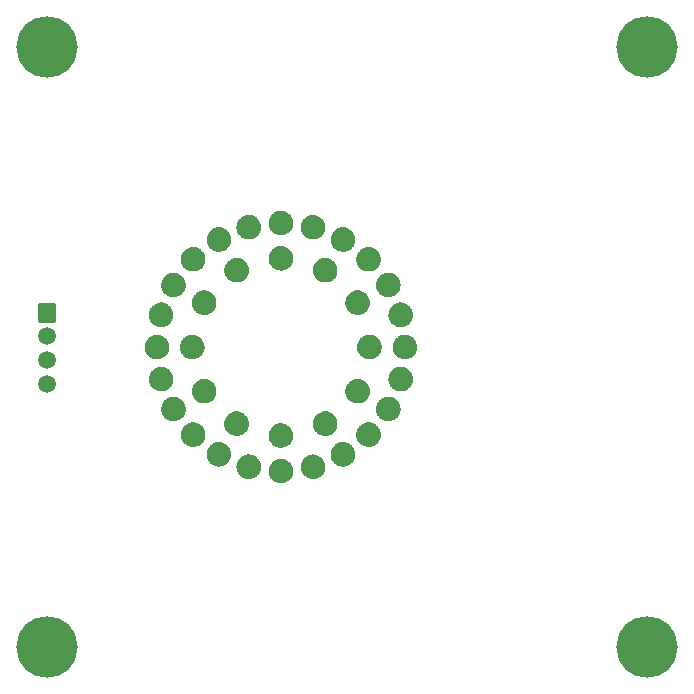
<source format=gbs>
G04 Layer: BottomSolderMaskLayer*
G04 EasyEDA v6.5.34, 2023-09-07 21:51:12*
G04 4e1002d8ee0c4305b874fa033b0cf6ff,5a6b42c53f6a479593ecc07194224c93,10*
G04 Gerber Generator version 0.2*
G04 Scale: 100 percent, Rotated: No, Reflected: No *
G04 Dimensions in millimeters *
G04 leading zeros omitted , absolute positions ,4 integer and 5 decimal *
%FSLAX45Y45*%
%MOMM*%

%AMMACRO1*1,1,$1,$2,$3*1,1,$1,$4,$5*1,1,$1,0-$2,0-$3*1,1,$1,0-$4,0-$5*20,1,$1,$2,$3,$4,$5,0*20,1,$1,$4,$5,0-$2,0-$3,0*20,1,$1,0-$2,0-$3,0-$4,0-$5,0*20,1,$1,0-$4,0-$5,$2,$3,0*4,1,4,$2,$3,$4,$5,0-$2,0-$3,0-$4,0-$5,$2,$3,0*%
%ADD10C,1.5016*%
%ADD11MACRO1,0.1016X-0.7X0.762X-0.7X-0.762*%
%ADD12C,5.2032*%

%LPD*%
G36*
X3370783Y2752750D02*
G01*
X3361588Y2752140D01*
X3352495Y2750718D01*
X3343503Y2748483D01*
X3334816Y2745486D01*
X3326384Y2741726D01*
X3318306Y2737205D01*
X3310686Y2732024D01*
X3303574Y2726182D01*
X3296970Y2719730D01*
X3290976Y2712720D01*
X3285591Y2705201D01*
X3280918Y2697276D01*
X3277006Y2688945D01*
X3275279Y2684627D01*
X3272485Y2675839D01*
X3270453Y2666847D01*
X3269234Y2657703D01*
X3268827Y2648508D01*
X3269234Y2639263D01*
X3270453Y2630119D01*
X3272485Y2621127D01*
X3275279Y2612339D01*
X3278886Y2603855D01*
X3280918Y2599690D01*
X3285591Y2591765D01*
X3290976Y2584246D01*
X3296970Y2577236D01*
X3303574Y2570784D01*
X3310686Y2564942D01*
X3318306Y2559761D01*
X3326384Y2555240D01*
X3334816Y2551480D01*
X3343503Y2548483D01*
X3352495Y2546248D01*
X3361588Y2544826D01*
X3370783Y2544216D01*
X3380028Y2544419D01*
X3389172Y2545435D01*
X3398215Y2547264D01*
X3407105Y2549906D01*
X3415639Y2553258D01*
X3423920Y2557424D01*
X3431743Y2562250D01*
X3439160Y2567787D01*
X3446018Y2573934D01*
X3452317Y2580690D01*
X3458006Y2587955D01*
X3463036Y2595676D01*
X3467354Y2603855D01*
X3470910Y2612339D01*
X3473754Y2621127D01*
X3474872Y2625598D01*
X3476447Y2634691D01*
X3477006Y2639263D01*
X3477412Y2648458D01*
X3477006Y2657703D01*
X3475736Y2666847D01*
X3474872Y2671368D01*
X3472434Y2680258D01*
X3469233Y2688945D01*
X3465271Y2697276D01*
X3460597Y2705201D01*
X3455263Y2712720D01*
X3449269Y2719730D01*
X3442665Y2726182D01*
X3435502Y2732024D01*
X3427882Y2737205D01*
X3419856Y2741726D01*
X3411423Y2745486D01*
X3402685Y2748483D01*
X3393744Y2750718D01*
X3384600Y2752140D01*
X3375406Y2752750D01*
G37*
G36*
X3265881Y2499512D02*
G01*
X3256686Y2498902D01*
X3247593Y2497480D01*
X3238652Y2495245D01*
X3229914Y2492248D01*
X3221482Y2488488D01*
X3213455Y2483967D01*
X3205784Y2478786D01*
X3198672Y2472944D01*
X3192068Y2466492D01*
X3186074Y2459482D01*
X3180689Y2451963D01*
X3176016Y2444038D01*
X3172104Y2435707D01*
X3170377Y2431389D01*
X3167583Y2422601D01*
X3165551Y2413609D01*
X3164332Y2404465D01*
X3163925Y2395220D01*
X3164027Y2390648D01*
X3164840Y2381453D01*
X3166465Y2372360D01*
X3168904Y2363470D01*
X3170377Y2359101D01*
X3173984Y2350617D01*
X3176016Y2346452D01*
X3180689Y2338527D01*
X3186074Y2331008D01*
X3192068Y2323998D01*
X3198672Y2317546D01*
X3205784Y2311704D01*
X3213455Y2306523D01*
X3221482Y2302002D01*
X3229914Y2298242D01*
X3238652Y2295245D01*
X3247593Y2293010D01*
X3256686Y2291588D01*
X3265881Y2290978D01*
X3275126Y2291181D01*
X3284321Y2292197D01*
X3293364Y2294026D01*
X3302203Y2296668D01*
X3310788Y2300020D01*
X3319018Y2304186D01*
X3326841Y2309012D01*
X3334258Y2314549D01*
X3341115Y2320696D01*
X3347415Y2327452D01*
X3353104Y2334717D01*
X3358134Y2342438D01*
X3362451Y2350617D01*
X3366008Y2359101D01*
X3368852Y2367889D01*
X3370884Y2376881D01*
X3372104Y2386025D01*
X3372510Y2395270D01*
X3372408Y2399842D01*
X3371596Y2409037D01*
X3369970Y2418130D01*
X3367532Y2427020D01*
X3364331Y2435707D01*
X3360369Y2444038D01*
X3355695Y2451963D01*
X3350361Y2459482D01*
X3344367Y2466492D01*
X3337763Y2472944D01*
X3330600Y2478786D01*
X3322980Y2483967D01*
X3314954Y2488488D01*
X3306521Y2492248D01*
X3297783Y2495245D01*
X3288842Y2497480D01*
X3279749Y2498902D01*
X3270503Y2499512D01*
G37*
G36*
X3099054Y2282037D02*
G01*
X3089859Y2281428D01*
X3080715Y2280005D01*
X3071774Y2277770D01*
X3067354Y2276398D01*
X3058769Y2272995D01*
X3050540Y2268829D01*
X3042716Y2264003D01*
X3035300Y2258466D01*
X3028442Y2252319D01*
X3022142Y2245614D01*
X3016453Y2238349D01*
X3011424Y2230577D01*
X3007106Y2222449D01*
X3003550Y2213914D01*
X3000705Y2205126D01*
X2998673Y2196134D01*
X2997454Y2186990D01*
X2997047Y2177796D01*
X2997454Y2168550D01*
X2998673Y2159406D01*
X3000705Y2150414D01*
X3003550Y2141626D01*
X3007106Y2133142D01*
X3011424Y2124964D01*
X3016453Y2117242D01*
X3022142Y2109978D01*
X3028442Y2103221D01*
X3035300Y2097074D01*
X3042716Y2091537D01*
X3050540Y2086711D01*
X3058769Y2082596D01*
X3063036Y2080768D01*
X3071774Y2077770D01*
X3076194Y2076551D01*
X3085287Y2074773D01*
X3094431Y2073706D01*
X3103676Y2073503D01*
X3112871Y2074113D01*
X3121964Y2075586D01*
X3126486Y2076551D01*
X3135325Y2079193D01*
X3139643Y2080768D01*
X3148076Y2084578D01*
X3156153Y2089048D01*
X3163773Y2094230D01*
X3170885Y2100072D01*
X3177489Y2106523D01*
X3183483Y2113534D01*
X3188868Y2121052D01*
X3193542Y2129028D01*
X3197453Y2137359D01*
X3199180Y2141626D01*
X3201974Y2150414D01*
X3204006Y2159406D01*
X3205226Y2168550D01*
X3205632Y2177796D01*
X3205226Y2186990D01*
X3204006Y2196134D01*
X3201974Y2205126D01*
X3199180Y2213914D01*
X3195574Y2222449D01*
X3193542Y2226564D01*
X3188868Y2234539D01*
X3183483Y2242007D01*
X3180588Y2245614D01*
X3174288Y2252319D01*
X3167380Y2258466D01*
X3160014Y2264003D01*
X3152140Y2268829D01*
X3143910Y2272995D01*
X3135325Y2276398D01*
X3126486Y2278989D01*
X3117443Y2280818D01*
X3108248Y2281834D01*
G37*
G36*
X2881579Y2115667D02*
G01*
X2872333Y2115058D01*
X2863189Y2113635D01*
X2854198Y2111400D01*
X2845460Y2108403D01*
X2837027Y2104593D01*
X2828950Y2100072D01*
X2821330Y2094839D01*
X2814167Y2088997D01*
X2807563Y2082495D01*
X2801569Y2075434D01*
X2796235Y2067915D01*
X2791561Y2059889D01*
X2787599Y2051507D01*
X2784449Y2042820D01*
X2783128Y2038400D01*
X2781147Y2029358D01*
X2779979Y2020163D01*
X2779623Y2010918D01*
X2779979Y2001672D01*
X2781147Y1992477D01*
X2783128Y1983435D01*
X2785922Y1974646D01*
X2789478Y1966061D01*
X2793796Y1957882D01*
X2798826Y1950110D01*
X2804464Y1942795D01*
X2810814Y1936038D01*
X2817672Y1929841D01*
X2825089Y1924304D01*
X2832963Y1919427D01*
X2841193Y1915261D01*
X2845460Y1913432D01*
X2854198Y1910435D01*
X2863189Y1908200D01*
X2872333Y1906778D01*
X2881579Y1906168D01*
X2890824Y1906371D01*
X2900019Y1907387D01*
X2909112Y1909216D01*
X2917952Y1911857D01*
X2922320Y1913432D01*
X2930753Y1917242D01*
X2938830Y1921764D01*
X2946450Y1926996D01*
X2953613Y1932838D01*
X2960217Y1939340D01*
X2966212Y1946402D01*
X2971546Y1953920D01*
X2976219Y1961946D01*
X2980182Y1970328D01*
X2983331Y1979015D01*
X2984652Y1983435D01*
X2986633Y1992477D01*
X2987802Y2001672D01*
X2988157Y2010918D01*
X2987802Y2020163D01*
X2986633Y2029358D01*
X2984652Y2038400D01*
X2981858Y2047189D01*
X2978302Y2055774D01*
X2973984Y2063953D01*
X2968955Y2071725D01*
X2963316Y2079040D01*
X2956966Y2085797D01*
X2950108Y2091994D01*
X2942691Y2097532D01*
X2934817Y2102408D01*
X2926588Y2106574D01*
X2922320Y2108403D01*
X2913583Y2111400D01*
X2904591Y2113635D01*
X2895447Y2115058D01*
X2886202Y2115667D01*
G37*
G36*
X2628341Y2010257D02*
G01*
X2619146Y2009648D01*
X2610002Y2008225D01*
X2601061Y2006041D01*
X2592324Y2002993D01*
X2583942Y1999234D01*
X2575864Y1994763D01*
X2568244Y1989582D01*
X2561082Y1983739D01*
X2554478Y1977288D01*
X2548483Y1970278D01*
X2543149Y1962759D01*
X2538476Y1954784D01*
X2534513Y1946452D01*
X2531313Y1937816D01*
X2528925Y1928926D01*
X2527300Y1919833D01*
X2526487Y1910638D01*
X2526487Y1901393D01*
X2527300Y1892198D01*
X2528925Y1883156D01*
X2531313Y1874215D01*
X2534513Y1865579D01*
X2538476Y1857248D01*
X2543149Y1849272D01*
X2548483Y1841804D01*
X2554478Y1834794D01*
X2561082Y1828342D01*
X2568244Y1822500D01*
X2575864Y1817268D01*
X2583942Y1812798D01*
X2592324Y1809038D01*
X2601061Y1806041D01*
X2610002Y1803806D01*
X2619146Y1802384D01*
X2628341Y1801774D01*
X2637586Y1801977D01*
X2646730Y1802993D01*
X2655773Y1804822D01*
X2664612Y1807413D01*
X2673197Y1810816D01*
X2681427Y1814931D01*
X2689301Y1819808D01*
X2696667Y1825345D01*
X2703576Y1831492D01*
X2709875Y1838198D01*
X2715564Y1845462D01*
X2720594Y1853234D01*
X2724912Y1861362D01*
X2728468Y1869897D01*
X2729992Y1874215D01*
X2732379Y1883156D01*
X2734005Y1892198D01*
X2734818Y1901393D01*
X2734818Y1910638D01*
X2734005Y1919833D01*
X2732379Y1928926D01*
X2729992Y1937816D01*
X2726791Y1946452D01*
X2722829Y1954784D01*
X2718155Y1962759D01*
X2712770Y1970278D01*
X2706776Y1977288D01*
X2700172Y1983739D01*
X2693060Y1989582D01*
X2685440Y1994763D01*
X2677363Y1999234D01*
X2668930Y2002993D01*
X2660243Y2006041D01*
X2651252Y2008225D01*
X2642158Y2009648D01*
X2632964Y2010257D01*
G37*
G36*
X2356561Y1974494D02*
G01*
X2347366Y1973884D01*
X2338273Y1972462D01*
X2329281Y1970227D01*
X2324912Y1968855D01*
X2316327Y1965452D01*
X2308098Y1961337D01*
X2300224Y1956460D01*
X2292858Y1950923D01*
X2285949Y1944776D01*
X2279650Y1938070D01*
X2273960Y1930806D01*
X2268982Y1923034D01*
X2266696Y1919020D01*
X2262784Y1910689D01*
X2259584Y1902053D01*
X2257145Y1893112D01*
X2255520Y1884070D01*
X2254707Y1874875D01*
X2254707Y1865630D01*
X2255520Y1856435D01*
X2257145Y1847342D01*
X2259584Y1838452D01*
X2261057Y1834083D01*
X2264664Y1825599D01*
X2268982Y1817420D01*
X2273960Y1809699D01*
X2279650Y1802434D01*
X2285949Y1795678D01*
X2292858Y1789531D01*
X2300224Y1784045D01*
X2308098Y1779168D01*
X2316327Y1775053D01*
X2324912Y1771650D01*
X2329281Y1770227D01*
X2338273Y1768043D01*
X2347366Y1766620D01*
X2356561Y1766011D01*
X2365806Y1766214D01*
X2374950Y1767230D01*
X2383993Y1769059D01*
X2388463Y1770227D01*
X2397201Y1773275D01*
X2405634Y1777034D01*
X2413660Y1781505D01*
X2421280Y1786686D01*
X2428443Y1792528D01*
X2435047Y1798980D01*
X2441041Y1805990D01*
X2446375Y1813509D01*
X2451049Y1821484D01*
X2455011Y1829816D01*
X2458212Y1838452D01*
X2460650Y1847342D01*
X2462276Y1856435D01*
X2463088Y1865630D01*
X2463088Y1874875D01*
X2462276Y1884070D01*
X2460650Y1893112D01*
X2458212Y1902053D01*
X2455011Y1910689D01*
X2451049Y1919020D01*
X2446375Y1926996D01*
X2441041Y1934464D01*
X2435047Y1941474D01*
X2428443Y1947925D01*
X2421280Y1953768D01*
X2413660Y1959000D01*
X2405634Y1963470D01*
X2397201Y1967230D01*
X2392883Y1968855D01*
X2383993Y1971446D01*
X2374950Y1973275D01*
X2365806Y1974291D01*
G37*
G36*
X2084832Y2010257D02*
G01*
X2075637Y2009648D01*
X2066493Y2008225D01*
X2057552Y2006041D01*
X2048814Y2002993D01*
X2040382Y1999234D01*
X2032355Y1994763D01*
X2024735Y1989582D01*
X2017572Y1983739D01*
X2010968Y1977288D01*
X2004974Y1970278D01*
X1999640Y1962759D01*
X1994966Y1954784D01*
X1991004Y1946452D01*
X1987804Y1937816D01*
X1985365Y1928926D01*
X1983739Y1919833D01*
X1982927Y1910638D01*
X1982927Y1901393D01*
X1983739Y1892198D01*
X1985365Y1883156D01*
X1987804Y1874215D01*
X1991004Y1865579D01*
X1994966Y1857248D01*
X1999640Y1849272D01*
X2004974Y1841804D01*
X2010968Y1834794D01*
X2017572Y1828342D01*
X2024735Y1822500D01*
X2032355Y1817268D01*
X2040382Y1812798D01*
X2048814Y1809038D01*
X2053132Y1807413D01*
X2062022Y1804822D01*
X2071065Y1802993D01*
X2080209Y1801977D01*
X2089454Y1801774D01*
X2098649Y1802384D01*
X2107742Y1803806D01*
X2116734Y1806041D01*
X2121103Y1807413D01*
X2129688Y1810816D01*
X2137918Y1814931D01*
X2145792Y1819808D01*
X2153158Y1825345D01*
X2160066Y1831492D01*
X2166366Y1838198D01*
X2172055Y1845462D01*
X2177034Y1853234D01*
X2179320Y1857248D01*
X2183231Y1865579D01*
X2186432Y1874215D01*
X2188870Y1883156D01*
X2190496Y1892198D01*
X2191308Y1901393D01*
X2191308Y1910638D01*
X2190496Y1919833D01*
X2188870Y1928926D01*
X2186432Y1937816D01*
X2184958Y1942185D01*
X2181352Y1950669D01*
X2177034Y1958848D01*
X2172055Y1966569D01*
X2166366Y1973834D01*
X2160066Y1980590D01*
X2153158Y1986737D01*
X2145792Y1992223D01*
X2137918Y1997100D01*
X2129688Y2001215D01*
X2121103Y2004618D01*
X2116734Y2006041D01*
X2107742Y2008225D01*
X2098649Y2009648D01*
X2089454Y2010257D01*
G37*
G36*
X1831593Y2115159D02*
G01*
X1822399Y2114550D01*
X1813255Y2113127D01*
X1804314Y2110892D01*
X1799894Y2109520D01*
X1791309Y2106117D01*
X1783080Y2102002D01*
X1775256Y2097125D01*
X1767839Y2091639D01*
X1760982Y2085492D01*
X1754682Y2078736D01*
X1748993Y2071471D01*
X1743964Y2063699D01*
X1739646Y2055571D01*
X1736089Y2047087D01*
X1733245Y2038299D01*
X1731213Y2029256D01*
X1729993Y2020112D01*
X1729587Y2010918D01*
X1729993Y2001723D01*
X1731213Y1992579D01*
X1733245Y1983536D01*
X1736089Y1974748D01*
X1739646Y1966264D01*
X1743964Y1958136D01*
X1748993Y1950364D01*
X1754682Y1943100D01*
X1760982Y1936343D01*
X1767839Y1930196D01*
X1775256Y1924710D01*
X1783080Y1919833D01*
X1791309Y1915718D01*
X1799894Y1912315D01*
X1808784Y1909724D01*
X1817827Y1907895D01*
X1826971Y1906879D01*
X1836216Y1906676D01*
X1845411Y1907286D01*
X1854504Y1908708D01*
X1863496Y1910943D01*
X1867865Y1912315D01*
X1876450Y1915718D01*
X1884680Y1919833D01*
X1892554Y1924710D01*
X1899920Y1930196D01*
X1906828Y1936343D01*
X1913128Y1943100D01*
X1918817Y1950364D01*
X1923796Y1958136D01*
X1926082Y1962150D01*
X1929993Y1970481D01*
X1931720Y1974748D01*
X1934514Y1983536D01*
X1936546Y1992579D01*
X1937766Y2001723D01*
X1938172Y2010918D01*
X1937766Y2020112D01*
X1936546Y2029256D01*
X1934514Y2038299D01*
X1931720Y2047087D01*
X1928114Y2055571D01*
X1926082Y2059686D01*
X1921408Y2067661D01*
X1916023Y2075180D01*
X1910029Y2082190D01*
X1903425Y2088642D01*
X1896313Y2094484D01*
X1888693Y2099665D01*
X1880616Y2104136D01*
X1872183Y2107895D01*
X1867865Y2109520D01*
X1859025Y2112111D01*
X1849983Y2113940D01*
X1840788Y2114956D01*
G37*
G36*
X1614119Y2282037D02*
G01*
X1604924Y2281428D01*
X1595780Y2280005D01*
X1586839Y2277770D01*
X1578102Y2274773D01*
X1569720Y2271014D01*
X1561642Y2266492D01*
X1554022Y2261311D01*
X1546860Y2255469D01*
X1540306Y2249017D01*
X1534261Y2242007D01*
X1528927Y2234539D01*
X1524254Y2226564D01*
X1520291Y2218232D01*
X1517091Y2209546D01*
X1514703Y2200656D01*
X1513078Y2191562D01*
X1512265Y2182418D01*
X1512265Y2173173D01*
X1513078Y2163978D01*
X1514703Y2154885D01*
X1517091Y2145995D01*
X1520291Y2137359D01*
X1524254Y2129028D01*
X1528927Y2121052D01*
X1534261Y2113534D01*
X1540306Y2106523D01*
X1546860Y2100072D01*
X1554022Y2094230D01*
X1561642Y2089048D01*
X1569720Y2084578D01*
X1578102Y2080768D01*
X1586839Y2077770D01*
X1595780Y2075586D01*
X1604924Y2074113D01*
X1614119Y2073503D01*
X1623364Y2073706D01*
X1632508Y2074773D01*
X1641551Y2076551D01*
X1650390Y2079193D01*
X1654708Y2080768D01*
X1663141Y2084578D01*
X1671218Y2089048D01*
X1678838Y2094230D01*
X1686001Y2100072D01*
X1692554Y2106523D01*
X1698548Y2113534D01*
X1703933Y2121052D01*
X1708607Y2129028D01*
X1712569Y2137359D01*
X1715770Y2145995D01*
X1718157Y2154885D01*
X1719783Y2163978D01*
X1720596Y2173173D01*
X1720596Y2182418D01*
X1719783Y2191562D01*
X1718157Y2200656D01*
X1715770Y2209546D01*
X1712569Y2218232D01*
X1708607Y2226564D01*
X1703933Y2234539D01*
X1698548Y2242007D01*
X1695653Y2245614D01*
X1689354Y2252319D01*
X1682496Y2258466D01*
X1675079Y2264003D01*
X1667256Y2268829D01*
X1658975Y2272995D01*
X1650390Y2276398D01*
X1641551Y2278989D01*
X1632508Y2280818D01*
X1623364Y2281834D01*
G37*
G36*
X1447241Y2499512D02*
G01*
X1438046Y2498902D01*
X1428953Y2497480D01*
X1419961Y2495245D01*
X1411274Y2492248D01*
X1402842Y2488488D01*
X1394764Y2483967D01*
X1387144Y2478786D01*
X1380032Y2472944D01*
X1373428Y2466492D01*
X1367434Y2459482D01*
X1362049Y2451963D01*
X1357376Y2444038D01*
X1353464Y2435707D01*
X1351737Y2431389D01*
X1348943Y2422601D01*
X1346911Y2413609D01*
X1345692Y2404465D01*
X1345285Y2395220D01*
X1345692Y2386025D01*
X1346911Y2376881D01*
X1348943Y2367889D01*
X1351737Y2359101D01*
X1355344Y2350617D01*
X1357376Y2346452D01*
X1362049Y2338527D01*
X1367434Y2331008D01*
X1373428Y2323998D01*
X1380032Y2317546D01*
X1387144Y2311704D01*
X1394764Y2306523D01*
X1402842Y2302002D01*
X1411274Y2298242D01*
X1419961Y2295245D01*
X1428953Y2293010D01*
X1438046Y2291588D01*
X1447241Y2290978D01*
X1456486Y2291181D01*
X1465630Y2292197D01*
X1474673Y2294026D01*
X1483563Y2296668D01*
X1492097Y2300020D01*
X1500378Y2304186D01*
X1508201Y2309012D01*
X1515618Y2314549D01*
X1522476Y2320696D01*
X1528775Y2327452D01*
X1534464Y2334717D01*
X1539494Y2342438D01*
X1543812Y2350617D01*
X1547368Y2359101D01*
X1550212Y2367889D01*
X1552194Y2376881D01*
X1553413Y2386025D01*
X1553870Y2395220D01*
X1553413Y2404465D01*
X1552194Y2413609D01*
X1550212Y2422601D01*
X1547368Y2431389D01*
X1543812Y2439873D01*
X1539494Y2448052D01*
X1534464Y2455773D01*
X1528775Y2463038D01*
X1522476Y2469794D01*
X1515618Y2475941D01*
X1508201Y2481478D01*
X1500378Y2486304D01*
X1492097Y2490470D01*
X1483563Y2493822D01*
X1474673Y2496464D01*
X1465630Y2498293D01*
X1456486Y2499309D01*
G37*
G36*
X1342339Y2752750D02*
G01*
X1333144Y2752140D01*
X1324051Y2750718D01*
X1315110Y2748483D01*
X1306372Y2745486D01*
X1297940Y2741726D01*
X1289862Y2737205D01*
X1282242Y2732024D01*
X1275130Y2726182D01*
X1268526Y2719730D01*
X1262532Y2712720D01*
X1257147Y2705201D01*
X1252474Y2697276D01*
X1248562Y2688945D01*
X1246835Y2684627D01*
X1244041Y2675839D01*
X1242009Y2666847D01*
X1240790Y2657703D01*
X1240383Y2648508D01*
X1240790Y2639263D01*
X1242009Y2630119D01*
X1244041Y2621127D01*
X1246835Y2612339D01*
X1250442Y2603855D01*
X1252474Y2599690D01*
X1257147Y2591765D01*
X1262532Y2584246D01*
X1268526Y2577236D01*
X1275130Y2570784D01*
X1282242Y2564942D01*
X1289862Y2559761D01*
X1297940Y2555240D01*
X1306372Y2551480D01*
X1315110Y2548483D01*
X1324051Y2546248D01*
X1333144Y2544826D01*
X1342339Y2544216D01*
X1351584Y2544419D01*
X1360728Y2545435D01*
X1369822Y2547264D01*
X1378661Y2549906D01*
X1387246Y2553258D01*
X1395476Y2557424D01*
X1403299Y2562250D01*
X1410716Y2567787D01*
X1417574Y2573934D01*
X1423873Y2580690D01*
X1429562Y2587955D01*
X1434592Y2595676D01*
X1438910Y2603855D01*
X1442466Y2612339D01*
X1445310Y2621127D01*
X1447342Y2630119D01*
X1448562Y2639263D01*
X1448968Y2648508D01*
X1448562Y2657703D01*
X1447342Y2666847D01*
X1445310Y2675839D01*
X1442466Y2684627D01*
X1438910Y2693111D01*
X1434592Y2701290D01*
X1429562Y2709011D01*
X1423873Y2716276D01*
X1417574Y2723032D01*
X1410716Y2729179D01*
X1403299Y2734716D01*
X1395476Y2739542D01*
X1387246Y2743708D01*
X1378661Y2747060D01*
X1369822Y2749702D01*
X1360728Y2751531D01*
X1351584Y2752547D01*
G37*
G36*
X1306576Y3024479D02*
G01*
X1297381Y3023870D01*
X1288288Y3022447D01*
X1279296Y3020212D01*
X1274927Y3018840D01*
X1266342Y3015437D01*
X1258062Y3011322D01*
X1250238Y3006445D01*
X1242822Y3000959D01*
X1235964Y2994761D01*
X1229664Y2988056D01*
X1223975Y2980791D01*
X1218946Y2973019D01*
X1214628Y2964891D01*
X1211072Y2956407D01*
X1209548Y2952038D01*
X1207160Y2943098D01*
X1205534Y2934055D01*
X1204722Y2924860D01*
X1204722Y2915615D01*
X1205534Y2906420D01*
X1207160Y2897327D01*
X1209548Y2888437D01*
X1212748Y2879801D01*
X1216710Y2871470D01*
X1221384Y2863494D01*
X1226769Y2855976D01*
X1232763Y2848965D01*
X1239316Y2842514D01*
X1246479Y2836672D01*
X1254099Y2831490D01*
X1262176Y2827020D01*
X1270609Y2823260D01*
X1279296Y2820212D01*
X1288288Y2818028D01*
X1297381Y2816606D01*
X1306576Y2815996D01*
X1315821Y2816199D01*
X1324965Y2817215D01*
X1334008Y2819044D01*
X1338478Y2820212D01*
X1347216Y2823260D01*
X1355598Y2827020D01*
X1363675Y2831490D01*
X1371295Y2836672D01*
X1378458Y2842514D01*
X1385011Y2848965D01*
X1391056Y2855976D01*
X1396390Y2863494D01*
X1401064Y2871470D01*
X1405026Y2879801D01*
X1408226Y2888437D01*
X1410614Y2897327D01*
X1412240Y2906420D01*
X1413052Y2915615D01*
X1413052Y2924860D01*
X1412240Y2934055D01*
X1410614Y2943098D01*
X1408226Y2952038D01*
X1405026Y2960674D01*
X1401064Y2969006D01*
X1396390Y2976981D01*
X1391056Y2984500D01*
X1385011Y2991510D01*
X1378458Y2997962D01*
X1371295Y3003804D01*
X1363675Y3008985D01*
X1355598Y3013456D01*
X1347216Y3017215D01*
X1338478Y3020212D01*
X1329537Y3022447D01*
X1320393Y3023870D01*
X1311198Y3024479D01*
G37*
G36*
X1342339Y3296259D02*
G01*
X1333144Y3295650D01*
X1324051Y3294227D01*
X1315110Y3291992D01*
X1306372Y3288995D01*
X1297940Y3285236D01*
X1289862Y3280714D01*
X1282242Y3275533D01*
X1275130Y3269691D01*
X1268526Y3263239D01*
X1265428Y3259836D01*
X1259738Y3252571D01*
X1254760Y3244799D01*
X1252474Y3240786D01*
X1248562Y3232454D01*
X1246835Y3228136D01*
X1244041Y3219348D01*
X1242009Y3210356D01*
X1240790Y3201212D01*
X1240383Y3192018D01*
X1240790Y3182772D01*
X1242009Y3173628D01*
X1244041Y3164636D01*
X1246835Y3155848D01*
X1250442Y3147364D01*
X1254760Y3139186D01*
X1259738Y3131464D01*
X1265428Y3124200D01*
X1271727Y3117443D01*
X1278636Y3111296D01*
X1286002Y3105759D01*
X1293876Y3100933D01*
X1297940Y3098749D01*
X1306372Y3094990D01*
X1315110Y3091992D01*
X1324051Y3089757D01*
X1333144Y3088335D01*
X1342339Y3087725D01*
X1351584Y3087928D01*
X1360728Y3088944D01*
X1369822Y3090773D01*
X1378661Y3093415D01*
X1382979Y3094990D01*
X1391412Y3098749D01*
X1399438Y3103270D01*
X1407058Y3108452D01*
X1414221Y3114294D01*
X1420825Y3120745D01*
X1426819Y3127756D01*
X1432153Y3135274D01*
X1436827Y3143250D01*
X1440789Y3151581D01*
X1443990Y3160217D01*
X1446428Y3169107D01*
X1448054Y3178200D01*
X1448866Y3187395D01*
X1448866Y3196640D01*
X1448054Y3205784D01*
X1446428Y3214878D01*
X1443990Y3223768D01*
X1440789Y3232454D01*
X1436827Y3240786D01*
X1432153Y3248710D01*
X1426819Y3256229D01*
X1420825Y3263239D01*
X1414221Y3269691D01*
X1407058Y3275533D01*
X1399438Y3280714D01*
X1391412Y3285236D01*
X1382979Y3288995D01*
X1374241Y3291992D01*
X1365300Y3294227D01*
X1356156Y3295650D01*
X1346962Y3296259D01*
G37*
G36*
X1447241Y3549497D02*
G01*
X1438046Y3548887D01*
X1428953Y3547465D01*
X1419961Y3545230D01*
X1415592Y3543858D01*
X1407007Y3540455D01*
X1398778Y3536289D01*
X1390904Y3531463D01*
X1383538Y3525926D01*
X1376629Y3519779D01*
X1370330Y3513074D01*
X1364640Y3505809D01*
X1359662Y3498037D01*
X1357376Y3494024D01*
X1353464Y3485692D01*
X1351737Y3481374D01*
X1348943Y3472586D01*
X1346911Y3463594D01*
X1345692Y3454450D01*
X1345285Y3445256D01*
X1345692Y3436010D01*
X1346911Y3426866D01*
X1348943Y3417874D01*
X1351737Y3409086D01*
X1355344Y3400602D01*
X1359662Y3392424D01*
X1364640Y3384702D01*
X1370330Y3377437D01*
X1376629Y3370681D01*
X1383538Y3364534D01*
X1390904Y3358997D01*
X1398778Y3354171D01*
X1407007Y3350056D01*
X1411274Y3348228D01*
X1419961Y3345230D01*
X1424432Y3344011D01*
X1433474Y3342233D01*
X1438046Y3341573D01*
X1447241Y3340963D01*
X1456486Y3341166D01*
X1465630Y3342233D01*
X1474673Y3344011D01*
X1483563Y3346653D01*
X1487881Y3348228D01*
X1496263Y3352037D01*
X1504340Y3356508D01*
X1511960Y3361690D01*
X1519123Y3367532D01*
X1525727Y3373983D01*
X1531721Y3380994D01*
X1537055Y3388512D01*
X1541729Y3396487D01*
X1545691Y3404819D01*
X1548892Y3413455D01*
X1550212Y3417874D01*
X1552194Y3426866D01*
X1553413Y3436010D01*
X1553870Y3445256D01*
X1553413Y3454450D01*
X1552194Y3463594D01*
X1550212Y3472586D01*
X1547368Y3481374D01*
X1543812Y3489909D01*
X1539494Y3498037D01*
X1534464Y3505809D01*
X1528775Y3513074D01*
X1522476Y3519779D01*
X1515618Y3525926D01*
X1508201Y3531463D01*
X1500378Y3536289D01*
X1492097Y3540455D01*
X1483563Y3543858D01*
X1474673Y3546449D01*
X1465630Y3548278D01*
X1456486Y3549294D01*
G37*
G36*
X1614119Y3766972D02*
G01*
X1604924Y3766362D01*
X1595780Y3764940D01*
X1586839Y3762705D01*
X1578102Y3759708D01*
X1569720Y3755948D01*
X1561642Y3751427D01*
X1554022Y3746246D01*
X1546860Y3740404D01*
X1540306Y3733952D01*
X1534261Y3726942D01*
X1528927Y3719423D01*
X1524254Y3711498D01*
X1520291Y3703167D01*
X1517091Y3694480D01*
X1514703Y3685590D01*
X1513078Y3676497D01*
X1512265Y3667302D01*
X1512265Y3658108D01*
X1513078Y3648913D01*
X1514703Y3639820D01*
X1517091Y3630929D01*
X1520291Y3622243D01*
X1524254Y3613912D01*
X1528927Y3605987D01*
X1534261Y3598468D01*
X1540306Y3591458D01*
X1546860Y3585006D01*
X1554022Y3579164D01*
X1561642Y3573983D01*
X1569720Y3569462D01*
X1578102Y3565702D01*
X1586839Y3562705D01*
X1595780Y3560470D01*
X1604924Y3559048D01*
X1614119Y3558438D01*
X1623364Y3558641D01*
X1632508Y3559657D01*
X1641551Y3561486D01*
X1650390Y3564128D01*
X1658975Y3567480D01*
X1667256Y3571646D01*
X1675079Y3576472D01*
X1682496Y3582009D01*
X1689354Y3588156D01*
X1695653Y3594912D01*
X1701342Y3602177D01*
X1706372Y3609898D01*
X1710689Y3618026D01*
X1714246Y3626561D01*
X1715770Y3630929D01*
X1718157Y3639820D01*
X1719783Y3648913D01*
X1720596Y3658108D01*
X1720596Y3667302D01*
X1719783Y3676497D01*
X1718157Y3685590D01*
X1715770Y3694480D01*
X1712569Y3703167D01*
X1708607Y3711498D01*
X1703933Y3719423D01*
X1698548Y3726942D01*
X1692554Y3733952D01*
X1686001Y3740404D01*
X1678838Y3746246D01*
X1671218Y3751427D01*
X1663141Y3755948D01*
X1654708Y3759708D01*
X1646021Y3762705D01*
X1637030Y3764940D01*
X1627936Y3766362D01*
X1618742Y3766972D01*
G37*
G36*
X1831593Y3933799D02*
G01*
X1822399Y3933190D01*
X1813255Y3931767D01*
X1804314Y3929583D01*
X1795576Y3926586D01*
X1787143Y3922776D01*
X1779117Y3918305D01*
X1771497Y3913124D01*
X1764334Y3907282D01*
X1757730Y3900830D01*
X1751736Y3893820D01*
X1746402Y3886301D01*
X1741728Y3878326D01*
X1737766Y3869994D01*
X1734566Y3861358D01*
X1732127Y3852468D01*
X1730552Y3843375D01*
X1729993Y3838803D01*
X1729587Y3829558D01*
X1729993Y3820363D01*
X1731264Y3811219D01*
X1732127Y3806698D01*
X1734566Y3797757D01*
X1737766Y3789121D01*
X1741728Y3780790D01*
X1746402Y3772814D01*
X1751736Y3765346D01*
X1757730Y3758336D01*
X1764334Y3751884D01*
X1771497Y3746042D01*
X1779117Y3740810D01*
X1787143Y3736340D01*
X1795576Y3732580D01*
X1799894Y3730955D01*
X1808784Y3728364D01*
X1817827Y3726535D01*
X1826971Y3725519D01*
X1836216Y3725316D01*
X1845411Y3725926D01*
X1854504Y3727348D01*
X1863496Y3729583D01*
X1867865Y3730955D01*
X1876450Y3734358D01*
X1884680Y3738473D01*
X1892554Y3743350D01*
X1899920Y3748887D01*
X1906828Y3755034D01*
X1913128Y3761740D01*
X1918817Y3769004D01*
X1923796Y3776776D01*
X1926082Y3780790D01*
X1929993Y3789121D01*
X1933193Y3797757D01*
X1935632Y3806698D01*
X1937257Y3815791D01*
X1938070Y3824935D01*
X1938070Y3834180D01*
X1937257Y3843375D01*
X1935632Y3852468D01*
X1933193Y3861358D01*
X1931720Y3865727D01*
X1928114Y3874211D01*
X1923796Y3882390D01*
X1918817Y3890111D01*
X1913128Y3897376D01*
X1906828Y3904132D01*
X1899920Y3910279D01*
X1892554Y3915816D01*
X1884680Y3920642D01*
X1876450Y3924757D01*
X1872183Y3926586D01*
X1863496Y3929583D01*
X1859025Y3930802D01*
X1849983Y3932580D01*
X1840788Y3933596D01*
G37*
G36*
X2084832Y4038701D02*
G01*
X2075637Y4038092D01*
X2066493Y4036669D01*
X2057552Y4034485D01*
X2048814Y4031437D01*
X2040382Y4027678D01*
X2032355Y4023207D01*
X2024735Y4018026D01*
X2017572Y4012184D01*
X2010968Y4005732D01*
X2004974Y3998722D01*
X1999640Y3991203D01*
X1994966Y3983228D01*
X1991004Y3974896D01*
X1987804Y3966260D01*
X1985365Y3957370D01*
X1983739Y3948277D01*
X1982927Y3939082D01*
X1982927Y3929837D01*
X1983739Y3920642D01*
X1985365Y3911600D01*
X1987804Y3902659D01*
X1991004Y3894023D01*
X1994966Y3885692D01*
X1999640Y3877716D01*
X2004974Y3870198D01*
X2010968Y3863187D01*
X2017572Y3856736D01*
X2024735Y3850894D01*
X2032355Y3845712D01*
X2040382Y3841242D01*
X2048814Y3837482D01*
X2053132Y3835857D01*
X2062022Y3833266D01*
X2071065Y3831437D01*
X2080209Y3830421D01*
X2089454Y3830218D01*
X2098649Y3830828D01*
X2107742Y3832250D01*
X2116734Y3834485D01*
X2121103Y3835857D01*
X2129688Y3839260D01*
X2137918Y3843375D01*
X2145792Y3848252D01*
X2153158Y3853738D01*
X2160066Y3859936D01*
X2166366Y3866642D01*
X2172055Y3873906D01*
X2177034Y3881678D01*
X2179320Y3885692D01*
X2183231Y3894023D01*
X2184958Y3898290D01*
X2187752Y3907078D01*
X2189784Y3916121D01*
X2191004Y3925265D01*
X2191410Y3934460D01*
X2191004Y3943654D01*
X2189784Y3952798D01*
X2187752Y3961841D01*
X2184958Y3970629D01*
X2181352Y3979113D01*
X2177034Y3987292D01*
X2172055Y3995013D01*
X2166366Y4002278D01*
X2160066Y4009034D01*
X2153158Y4015181D01*
X2145792Y4020667D01*
X2137918Y4025544D01*
X2129688Y4029659D01*
X2121103Y4033062D01*
X2116734Y4034485D01*
X2107742Y4036669D01*
X2098649Y4038092D01*
X2089454Y4038701D01*
G37*
G36*
X2356561Y4074515D02*
G01*
X2347366Y4073906D01*
X2338273Y4072483D01*
X2329281Y4070248D01*
X2320594Y4067251D01*
X2312162Y4063492D01*
X2304084Y4058970D01*
X2296464Y4053789D01*
X2289352Y4047947D01*
X2282748Y4041495D01*
X2276754Y4034485D01*
X2271369Y4026966D01*
X2266696Y4019042D01*
X2262784Y4010660D01*
X2261057Y4006392D01*
X2258263Y3997604D01*
X2256231Y3988612D01*
X2255012Y3979468D01*
X2254605Y3970223D01*
X2255012Y3961028D01*
X2256231Y3951884D01*
X2258263Y3942892D01*
X2261057Y3934104D01*
X2264664Y3925570D01*
X2266696Y3921455D01*
X2271369Y3913530D01*
X2273960Y3909669D01*
X2279650Y3902405D01*
X2285949Y3895699D01*
X2292858Y3889552D01*
X2300224Y3884015D01*
X2308098Y3879189D01*
X2316327Y3875024D01*
X2324912Y3871671D01*
X2333752Y3869029D01*
X2342794Y3867200D01*
X2351989Y3866184D01*
X2361184Y3865981D01*
X2370378Y3866591D01*
X2379522Y3868013D01*
X2388463Y3870248D01*
X2397201Y3873246D01*
X2405634Y3877005D01*
X2413660Y3881526D01*
X2421280Y3886708D01*
X2428443Y3892550D01*
X2435047Y3899001D01*
X2441041Y3906012D01*
X2446375Y3913530D01*
X2451049Y3921455D01*
X2455011Y3929786D01*
X2458212Y3938473D01*
X2460650Y3947363D01*
X2462276Y3956456D01*
X2463088Y3965651D01*
X2463088Y3974846D01*
X2462276Y3984040D01*
X2460650Y3993134D01*
X2458212Y4002024D01*
X2455011Y4010660D01*
X2451049Y4019042D01*
X2446375Y4026966D01*
X2441041Y4034485D01*
X2435047Y4041495D01*
X2428443Y4047947D01*
X2421280Y4053789D01*
X2413660Y4058970D01*
X2405634Y4063492D01*
X2397201Y4067251D01*
X2388463Y4070248D01*
X2379522Y4072483D01*
X2370378Y4073906D01*
X2361184Y4074515D01*
G37*
G36*
X2628341Y4038701D02*
G01*
X2619146Y4038092D01*
X2610002Y4036669D01*
X2601061Y4034485D01*
X2592324Y4031437D01*
X2583942Y4027678D01*
X2575864Y4023207D01*
X2568244Y4018026D01*
X2561082Y4012184D01*
X2554478Y4005732D01*
X2548483Y3998722D01*
X2543149Y3991203D01*
X2538476Y3983228D01*
X2534513Y3974896D01*
X2531313Y3966260D01*
X2528925Y3957370D01*
X2527300Y3948277D01*
X2526487Y3939082D01*
X2526487Y3929837D01*
X2527300Y3920642D01*
X2528925Y3911600D01*
X2531313Y3902659D01*
X2534513Y3894023D01*
X2538476Y3885692D01*
X2543149Y3877716D01*
X2548483Y3870198D01*
X2554478Y3863187D01*
X2561082Y3856736D01*
X2568244Y3850894D01*
X2575864Y3845712D01*
X2583942Y3841242D01*
X2592324Y3837482D01*
X2601061Y3834485D01*
X2610002Y3832250D01*
X2619146Y3830828D01*
X2628341Y3830218D01*
X2637586Y3830421D01*
X2646730Y3831437D01*
X2655773Y3833266D01*
X2664612Y3835857D01*
X2673197Y3839260D01*
X2681427Y3843375D01*
X2689301Y3848252D01*
X2696667Y3853738D01*
X2703576Y3859936D01*
X2709875Y3866642D01*
X2715564Y3873906D01*
X2720594Y3881678D01*
X2724912Y3889806D01*
X2728468Y3898290D01*
X2729992Y3902659D01*
X2732379Y3911600D01*
X2734005Y3920642D01*
X2734818Y3929837D01*
X2734818Y3939082D01*
X2734005Y3948277D01*
X2732379Y3957370D01*
X2729992Y3966260D01*
X2726791Y3974896D01*
X2722829Y3983228D01*
X2718155Y3991203D01*
X2712770Y3998722D01*
X2706776Y4005732D01*
X2700172Y4012184D01*
X2693060Y4018026D01*
X2685440Y4023207D01*
X2677363Y4027678D01*
X2668930Y4031437D01*
X2660243Y4034485D01*
X2651252Y4036669D01*
X2642158Y4038092D01*
X2632964Y4038701D01*
G37*
G36*
X2881579Y3933799D02*
G01*
X2872384Y3933190D01*
X2863240Y3931767D01*
X2854299Y3929583D01*
X2845562Y3926586D01*
X2837180Y3922776D01*
X2829102Y3918305D01*
X2821482Y3913124D01*
X2814320Y3907282D01*
X2807766Y3900830D01*
X2801721Y3893820D01*
X2796387Y3886301D01*
X2791714Y3878326D01*
X2787751Y3869994D01*
X2784551Y3861358D01*
X2782163Y3852468D01*
X2780538Y3843375D01*
X2779725Y3834180D01*
X2779725Y3824935D01*
X2780538Y3815791D01*
X2782163Y3806698D01*
X2784551Y3797757D01*
X2787751Y3789121D01*
X2791714Y3780790D01*
X2796387Y3772814D01*
X2801721Y3765346D01*
X2807766Y3758336D01*
X2814320Y3751884D01*
X2821482Y3746042D01*
X2829102Y3740810D01*
X2837180Y3736340D01*
X2845562Y3732580D01*
X2854299Y3729583D01*
X2863240Y3727348D01*
X2872384Y3725926D01*
X2881579Y3725316D01*
X2890824Y3725519D01*
X2899968Y3726535D01*
X2909011Y3728364D01*
X2917850Y3730955D01*
X2926435Y3734358D01*
X2934716Y3738473D01*
X2942539Y3743350D01*
X2949956Y3748887D01*
X2956814Y3755034D01*
X2963113Y3761740D01*
X2968802Y3769004D01*
X2973832Y3776776D01*
X2978150Y3784904D01*
X2981706Y3793439D01*
X2983230Y3797757D01*
X2985617Y3806698D01*
X2987243Y3815791D01*
X2988056Y3824935D01*
X2988056Y3834180D01*
X2987243Y3843375D01*
X2985617Y3852468D01*
X2983230Y3861358D01*
X2980029Y3869994D01*
X2976067Y3878326D01*
X2971393Y3886301D01*
X2966008Y3893820D01*
X2960014Y3900830D01*
X2953461Y3907282D01*
X2946298Y3913124D01*
X2938678Y3918305D01*
X2930601Y3922776D01*
X2922168Y3926586D01*
X2913481Y3929583D01*
X2909011Y3930802D01*
X2899968Y3932580D01*
X2890824Y3933596D01*
G37*
G36*
X3099054Y3766972D02*
G01*
X3089859Y3766362D01*
X3080715Y3764940D01*
X3071774Y3762705D01*
X3063036Y3759708D01*
X3054604Y3755948D01*
X3046577Y3751427D01*
X3038957Y3746246D01*
X3031794Y3740404D01*
X3025190Y3733952D01*
X3019196Y3726942D01*
X3013862Y3719423D01*
X3009188Y3711498D01*
X3005226Y3703167D01*
X3002026Y3694480D01*
X2999587Y3685590D01*
X2997962Y3676497D01*
X2997149Y3667302D01*
X2997149Y3658108D01*
X2997962Y3648913D01*
X2999587Y3639820D01*
X3002026Y3630929D01*
X3005226Y3622243D01*
X3009188Y3613912D01*
X3013862Y3605987D01*
X3019196Y3598468D01*
X3025190Y3591458D01*
X3031794Y3585006D01*
X3038957Y3579164D01*
X3046577Y3573983D01*
X3054604Y3569462D01*
X3063036Y3565702D01*
X3071774Y3562705D01*
X3080715Y3560470D01*
X3089859Y3559048D01*
X3099054Y3558438D01*
X3108248Y3558641D01*
X3117443Y3559657D01*
X3126486Y3561486D01*
X3135325Y3564128D01*
X3143910Y3567480D01*
X3152140Y3571646D01*
X3160014Y3576472D01*
X3167380Y3582009D01*
X3174288Y3588156D01*
X3180588Y3594912D01*
X3186277Y3602177D01*
X3191256Y3609898D01*
X3193542Y3613912D01*
X3197453Y3622243D01*
X3199180Y3626561D01*
X3201974Y3635349D01*
X3204006Y3644341D01*
X3205226Y3653485D01*
X3205632Y3662679D01*
X3205226Y3671925D01*
X3204006Y3681069D01*
X3201974Y3690061D01*
X3199180Y3698849D01*
X3195574Y3707333D01*
X3193542Y3711498D01*
X3188868Y3719423D01*
X3183483Y3726942D01*
X3177489Y3733952D01*
X3170885Y3740404D01*
X3163773Y3746246D01*
X3156153Y3751427D01*
X3148076Y3755948D01*
X3139643Y3759708D01*
X3130905Y3762705D01*
X3121964Y3764940D01*
X3112871Y3766362D01*
X3103676Y3766972D01*
G37*
G36*
X3265881Y3549497D02*
G01*
X3256686Y3548887D01*
X3247593Y3547465D01*
X3238652Y3545230D01*
X3234232Y3543858D01*
X3225647Y3540455D01*
X3217418Y3536289D01*
X3209544Y3531463D01*
X3202178Y3525926D01*
X3195269Y3519779D01*
X3188970Y3513074D01*
X3183331Y3505809D01*
X3180689Y3501999D01*
X3176016Y3494024D01*
X3172104Y3485692D01*
X3170377Y3481374D01*
X3167583Y3472586D01*
X3165551Y3463594D01*
X3164332Y3454450D01*
X3163925Y3445256D01*
X3164332Y3436010D01*
X3165551Y3426866D01*
X3167583Y3417874D01*
X3170377Y3409086D01*
X3173984Y3400602D01*
X3178302Y3392424D01*
X3180689Y3388512D01*
X3186074Y3380994D01*
X3192068Y3373983D01*
X3198672Y3367532D01*
X3205784Y3361690D01*
X3213455Y3356508D01*
X3221482Y3352037D01*
X3229914Y3348228D01*
X3238652Y3345230D01*
X3243072Y3344011D01*
X3252114Y3342233D01*
X3256686Y3341573D01*
X3265881Y3340963D01*
X3275126Y3341166D01*
X3279749Y3341573D01*
X3288842Y3343046D01*
X3293364Y3344011D01*
X3302203Y3346653D01*
X3306521Y3348228D01*
X3314954Y3352037D01*
X3322980Y3356508D01*
X3330600Y3361690D01*
X3337763Y3367532D01*
X3344367Y3373983D01*
X3350361Y3380994D01*
X3355695Y3388512D01*
X3360369Y3396487D01*
X3364331Y3404819D01*
X3367532Y3413455D01*
X3369970Y3422345D01*
X3371596Y3431438D01*
X3372408Y3440633D01*
X3372408Y3449878D01*
X3371596Y3459022D01*
X3369970Y3468115D01*
X3367532Y3477006D01*
X3364331Y3485692D01*
X3360369Y3494024D01*
X3355695Y3501999D01*
X3350361Y3509467D01*
X3344367Y3516477D01*
X3337763Y3522929D01*
X3330600Y3528771D01*
X3322980Y3533952D01*
X3314954Y3538474D01*
X3306521Y3542233D01*
X3302203Y3543858D01*
X3293364Y3546449D01*
X3284321Y3548278D01*
X3275126Y3549294D01*
G37*
G36*
X3370783Y3296259D02*
G01*
X3361588Y3295650D01*
X3352495Y3294227D01*
X3343503Y3291992D01*
X3334816Y3288995D01*
X3326384Y3285236D01*
X3318306Y3280714D01*
X3310686Y3275533D01*
X3303574Y3269691D01*
X3296970Y3263239D01*
X3293872Y3259836D01*
X3288182Y3252571D01*
X3283204Y3244799D01*
X3280918Y3240786D01*
X3277006Y3232454D01*
X3275279Y3228136D01*
X3272485Y3219348D01*
X3270453Y3210356D01*
X3269234Y3201212D01*
X3268827Y3192018D01*
X3269234Y3182772D01*
X3270453Y3173628D01*
X3272485Y3164636D01*
X3275279Y3155848D01*
X3278886Y3147364D01*
X3283204Y3139186D01*
X3288182Y3131464D01*
X3293872Y3124200D01*
X3300171Y3117443D01*
X3307079Y3111296D01*
X3314446Y3105759D01*
X3322320Y3100933D01*
X3326384Y3098749D01*
X3334816Y3094990D01*
X3343503Y3091992D01*
X3352495Y3089757D01*
X3361588Y3088335D01*
X3370783Y3087725D01*
X3380028Y3087928D01*
X3389172Y3088944D01*
X3398215Y3090773D01*
X3407105Y3093415D01*
X3411423Y3094990D01*
X3419856Y3098749D01*
X3427882Y3103270D01*
X3435502Y3108452D01*
X3442665Y3114294D01*
X3449269Y3120745D01*
X3455263Y3127756D01*
X3460597Y3135274D01*
X3465271Y3143250D01*
X3469233Y3151581D01*
X3472434Y3160217D01*
X3474872Y3169107D01*
X3476447Y3178200D01*
X3477006Y3182772D01*
X3477412Y3192018D01*
X3477006Y3201212D01*
X3475736Y3210356D01*
X3474872Y3214878D01*
X3472434Y3223768D01*
X3469233Y3232454D01*
X3465271Y3240786D01*
X3460597Y3248710D01*
X3455263Y3256229D01*
X3449269Y3263239D01*
X3442665Y3269691D01*
X3435502Y3275533D01*
X3427882Y3280714D01*
X3419856Y3285236D01*
X3411423Y3288995D01*
X3402685Y3291992D01*
X3393744Y3294227D01*
X3384600Y3295650D01*
X3375406Y3296259D01*
G37*
G36*
X3406597Y3024479D02*
G01*
X3397351Y3023870D01*
X3388258Y3022447D01*
X3379317Y3020263D01*
X3370579Y3017215D01*
X3362147Y3013456D01*
X3354120Y3008985D01*
X3346500Y3003804D01*
X3339337Y2997962D01*
X3332734Y2991510D01*
X3326739Y2984500D01*
X3321405Y2976981D01*
X3316732Y2969006D01*
X3312769Y2960674D01*
X3309569Y2952038D01*
X3307130Y2943148D01*
X3305505Y2934055D01*
X3304692Y2924860D01*
X3304692Y2915615D01*
X3305505Y2906420D01*
X3307130Y2897378D01*
X3309569Y2888437D01*
X3312769Y2879801D01*
X3316732Y2871470D01*
X3321405Y2863494D01*
X3326739Y2855976D01*
X3332734Y2849016D01*
X3339337Y2842564D01*
X3342843Y2839516D01*
X3350209Y2834030D01*
X3358083Y2829153D01*
X3366312Y2825038D01*
X3374898Y2821635D01*
X3383737Y2819044D01*
X3392779Y2817215D01*
X3401974Y2816199D01*
X3411169Y2815996D01*
X3420414Y2816606D01*
X3429508Y2818028D01*
X3438448Y2820263D01*
X3442868Y2821635D01*
X3451453Y2825038D01*
X3459683Y2829153D01*
X3467557Y2834030D01*
X3474923Y2839516D01*
X3481781Y2845714D01*
X3488131Y2852420D01*
X3493770Y2859684D01*
X3498799Y2867456D01*
X3503117Y2875584D01*
X3506724Y2884119D01*
X3509518Y2892856D01*
X3511550Y2901899D01*
X3512769Y2911043D01*
X3513175Y2920238D01*
X3512769Y2929483D01*
X3511550Y2938627D01*
X3509518Y2947619D01*
X3506724Y2956407D01*
X3503117Y2964891D01*
X3498799Y2973070D01*
X3493770Y2980791D01*
X3488131Y2988056D01*
X3481781Y2994812D01*
X3474923Y3000959D01*
X3467557Y3006445D01*
X3459683Y3011322D01*
X3451453Y3015437D01*
X3442868Y3018840D01*
X3434029Y3021431D01*
X3424986Y3023260D01*
X3415792Y3024276D01*
G37*
G36*
X3006090Y2649524D02*
G01*
X2996895Y2648915D01*
X2987802Y2647442D01*
X2983280Y2646476D01*
X2974441Y2643835D01*
X2970123Y2642260D01*
X2961690Y2638450D01*
X2953613Y2633980D01*
X2945993Y2628798D01*
X2938881Y2622956D01*
X2932277Y2616504D01*
X2926283Y2609494D01*
X2920898Y2601976D01*
X2916224Y2594000D01*
X2912262Y2585669D01*
X2909062Y2577033D01*
X2906674Y2568143D01*
X2905048Y2559050D01*
X2904236Y2549855D01*
X2904236Y2540609D01*
X2905048Y2531465D01*
X2906674Y2522372D01*
X2909062Y2513482D01*
X2912262Y2504795D01*
X2916224Y2496464D01*
X2920898Y2488488D01*
X2926283Y2481021D01*
X2929178Y2477414D01*
X2935478Y2470708D01*
X2942386Y2464562D01*
X2949752Y2459024D01*
X2957626Y2454198D01*
X2965856Y2450033D01*
X2974441Y2446629D01*
X2983280Y2444038D01*
X2992323Y2442210D01*
X3001467Y2441194D01*
X3010712Y2440990D01*
X3019907Y2441600D01*
X3029051Y2443022D01*
X3037992Y2445258D01*
X3046730Y2448255D01*
X3055112Y2452014D01*
X3063189Y2456535D01*
X3070809Y2461717D01*
X3077972Y2467559D01*
X3084576Y2474010D01*
X3090570Y2481021D01*
X3095904Y2488488D01*
X3100578Y2496464D01*
X3104540Y2504795D01*
X3107740Y2513482D01*
X3110128Y2522372D01*
X3111754Y2531465D01*
X3112566Y2540609D01*
X3112566Y2549855D01*
X3111754Y2559050D01*
X3110128Y2568143D01*
X3107740Y2577033D01*
X3104540Y2585669D01*
X3100578Y2594000D01*
X3095904Y2601976D01*
X3090570Y2609494D01*
X3084576Y2616504D01*
X3077972Y2622956D01*
X3070809Y2628798D01*
X3063189Y2633980D01*
X3055112Y2638450D01*
X3046730Y2642260D01*
X3037992Y2645257D01*
X3029051Y2647442D01*
X3019907Y2648915D01*
X3010712Y2649524D01*
G37*
G36*
X2731566Y2375001D02*
G01*
X2722372Y2374392D01*
X2713278Y2372969D01*
X2704287Y2370734D01*
X2695600Y2367737D01*
X2687167Y2363978D01*
X2679090Y2359456D01*
X2671470Y2354275D01*
X2664358Y2348433D01*
X2657754Y2341981D01*
X2651760Y2334971D01*
X2646375Y2327452D01*
X2641701Y2319528D01*
X2637790Y2311146D01*
X2636062Y2306878D01*
X2633268Y2298090D01*
X2631236Y2289098D01*
X2630017Y2279954D01*
X2629611Y2270709D01*
X2630017Y2261514D01*
X2631236Y2252370D01*
X2633268Y2243378D01*
X2636062Y2234590D01*
X2639669Y2226056D01*
X2641701Y2221941D01*
X2646375Y2214016D01*
X2648966Y2210155D01*
X2654655Y2202891D01*
X2660954Y2196185D01*
X2667863Y2190038D01*
X2675229Y2184501D01*
X2683103Y2179675D01*
X2691333Y2175510D01*
X2699918Y2172157D01*
X2708757Y2169515D01*
X2717800Y2167686D01*
X2726994Y2166670D01*
X2736189Y2166467D01*
X2745384Y2167077D01*
X2754528Y2168499D01*
X2763469Y2170734D01*
X2772206Y2173732D01*
X2780588Y2177491D01*
X2788666Y2182012D01*
X2796286Y2187194D01*
X2803448Y2193036D01*
X2810052Y2199487D01*
X2816047Y2206498D01*
X2821381Y2214016D01*
X2826054Y2221941D01*
X2830017Y2230272D01*
X2833217Y2238959D01*
X2834538Y2243378D01*
X2836519Y2252370D01*
X2837738Y2261514D01*
X2838145Y2270709D01*
X2837738Y2279954D01*
X2836519Y2289098D01*
X2834538Y2298090D01*
X2831693Y2306878D01*
X2828137Y2315362D01*
X2823819Y2323541D01*
X2818790Y2331262D01*
X2813100Y2338527D01*
X2806801Y2345283D01*
X2799943Y2351430D01*
X2792526Y2356967D01*
X2784703Y2361793D01*
X2776423Y2365908D01*
X2772206Y2367737D01*
X2763469Y2370734D01*
X2754528Y2372969D01*
X2745384Y2374392D01*
X2736189Y2375001D01*
G37*
G36*
X2356561Y2274519D02*
G01*
X2347366Y2273909D01*
X2338273Y2272487D01*
X2329281Y2270252D01*
X2320594Y2267254D01*
X2312162Y2263495D01*
X2304084Y2258974D01*
X2296464Y2253792D01*
X2289352Y2247950D01*
X2282748Y2241499D01*
X2276754Y2234488D01*
X2271369Y2226970D01*
X2266696Y2219045D01*
X2262784Y2210663D01*
X2261057Y2206396D01*
X2258263Y2197608D01*
X2256231Y2188616D01*
X2255012Y2179472D01*
X2254605Y2170226D01*
X2255012Y2161032D01*
X2256231Y2151888D01*
X2258263Y2142896D01*
X2261057Y2134108D01*
X2264664Y2125573D01*
X2266696Y2121458D01*
X2271369Y2113534D01*
X2273960Y2109673D01*
X2279650Y2102408D01*
X2285949Y2095703D01*
X2292858Y2089556D01*
X2300224Y2084019D01*
X2308098Y2079193D01*
X2316327Y2075027D01*
X2324912Y2071674D01*
X2333752Y2069033D01*
X2342794Y2067204D01*
X2351989Y2066188D01*
X2361184Y2065985D01*
X2370378Y2066594D01*
X2379522Y2068017D01*
X2388463Y2070252D01*
X2397201Y2073249D01*
X2405634Y2077008D01*
X2413660Y2081530D01*
X2421280Y2086711D01*
X2428443Y2092553D01*
X2435047Y2099005D01*
X2441041Y2106015D01*
X2446375Y2113534D01*
X2451049Y2121458D01*
X2455011Y2129790D01*
X2458212Y2138476D01*
X2460650Y2147366D01*
X2462276Y2156460D01*
X2463088Y2165654D01*
X2463088Y2174849D01*
X2462276Y2184044D01*
X2460650Y2193137D01*
X2458212Y2202027D01*
X2455011Y2210663D01*
X2451049Y2219045D01*
X2446375Y2226970D01*
X2441041Y2234488D01*
X2435047Y2241499D01*
X2428443Y2247950D01*
X2421280Y2253792D01*
X2413660Y2258974D01*
X2405634Y2263495D01*
X2397201Y2267254D01*
X2388463Y2270252D01*
X2379522Y2272487D01*
X2370378Y2273909D01*
X2361184Y2274519D01*
G37*
G36*
X1981606Y2375001D02*
G01*
X1972360Y2374392D01*
X1963267Y2372969D01*
X1954326Y2370734D01*
X1945589Y2367737D01*
X1937156Y2363978D01*
X1929130Y2359456D01*
X1921459Y2354275D01*
X1914347Y2348433D01*
X1907743Y2341981D01*
X1901748Y2334971D01*
X1896414Y2327452D01*
X1891741Y2319528D01*
X1887778Y2311146D01*
X1886051Y2306878D01*
X1883257Y2298090D01*
X1881225Y2289098D01*
X1880006Y2279954D01*
X1879600Y2270709D01*
X1880006Y2261514D01*
X1881225Y2252370D01*
X1883257Y2243378D01*
X1886051Y2234590D01*
X1889658Y2226056D01*
X1893976Y2217928D01*
X1899005Y2210155D01*
X1904644Y2202891D01*
X1910994Y2196185D01*
X1917852Y2190038D01*
X1925218Y2184501D01*
X1933092Y2179675D01*
X1941322Y2175510D01*
X1949907Y2172157D01*
X1958746Y2169515D01*
X1967788Y2167686D01*
X1976983Y2166670D01*
X1986178Y2166467D01*
X1995424Y2167077D01*
X2004517Y2168499D01*
X2013457Y2170734D01*
X2022195Y2173732D01*
X2030628Y2177491D01*
X2038654Y2182012D01*
X2042566Y2184501D01*
X2049932Y2190038D01*
X2056790Y2196185D01*
X2063089Y2202891D01*
X2068779Y2210155D01*
X2073808Y2217928D01*
X2078126Y2226056D01*
X2081682Y2234590D01*
X2084527Y2243378D01*
X2086559Y2252370D01*
X2087778Y2261514D01*
X2088184Y2270709D01*
X2087778Y2279954D01*
X2086559Y2289098D01*
X2084527Y2298090D01*
X2081682Y2306878D01*
X2078126Y2315362D01*
X2073808Y2323541D01*
X2068779Y2331262D01*
X2063089Y2338527D01*
X2056790Y2345283D01*
X2049932Y2351430D01*
X2042566Y2356967D01*
X2034692Y2361793D01*
X2030628Y2363978D01*
X2022195Y2367737D01*
X2013457Y2370734D01*
X2004517Y2372969D01*
X1995424Y2374392D01*
X1986178Y2375001D01*
G37*
G36*
X1707083Y2649524D02*
G01*
X1697837Y2648915D01*
X1688744Y2647442D01*
X1684223Y2646476D01*
X1675384Y2643835D01*
X1671066Y2642260D01*
X1662633Y2638450D01*
X1654606Y2633980D01*
X1646936Y2628798D01*
X1639824Y2622956D01*
X1633220Y2616504D01*
X1627225Y2609494D01*
X1621891Y2601976D01*
X1617218Y2594000D01*
X1613255Y2585669D01*
X1611528Y2581402D01*
X1608734Y2572613D01*
X1606702Y2563622D01*
X1605483Y2554478D01*
X1605076Y2545232D01*
X1605483Y2536037D01*
X1606702Y2526893D01*
X1608734Y2517902D01*
X1611528Y2509113D01*
X1615135Y2500579D01*
X1619453Y2492451D01*
X1624482Y2484678D01*
X1630172Y2477414D01*
X1636471Y2470708D01*
X1643329Y2464562D01*
X1650695Y2459024D01*
X1658569Y2454198D01*
X1666798Y2450033D01*
X1675384Y2446629D01*
X1684223Y2444038D01*
X1693265Y2442210D01*
X1702460Y2441194D01*
X1711655Y2440990D01*
X1720900Y2441600D01*
X1729993Y2443022D01*
X1738934Y2445258D01*
X1743354Y2446629D01*
X1751939Y2450033D01*
X1760169Y2454198D01*
X1768043Y2459024D01*
X1775409Y2464562D01*
X1782267Y2470708D01*
X1788566Y2477414D01*
X1794256Y2484678D01*
X1799285Y2492451D01*
X1803603Y2500579D01*
X1807210Y2509113D01*
X1810004Y2517902D01*
X1812036Y2526893D01*
X1813255Y2536037D01*
X1813661Y2545232D01*
X1813255Y2554478D01*
X1812036Y2563622D01*
X1810004Y2572613D01*
X1807210Y2581402D01*
X1803603Y2589885D01*
X1799285Y2598064D01*
X1794256Y2605786D01*
X1788566Y2613050D01*
X1782267Y2619806D01*
X1775409Y2625953D01*
X1768043Y2631490D01*
X1760169Y2636316D01*
X1751939Y2640431D01*
X1747672Y2642260D01*
X1738934Y2645257D01*
X1734515Y2646476D01*
X1725472Y2648254D01*
X1720900Y2648915D01*
X1711655Y2649524D01*
G37*
G36*
X1606600Y3024479D02*
G01*
X1597355Y3023870D01*
X1588262Y3022447D01*
X1579321Y3020263D01*
X1570583Y3017215D01*
X1562150Y3013456D01*
X1554124Y3008985D01*
X1546504Y3003804D01*
X1539341Y2997962D01*
X1532737Y2991510D01*
X1526743Y2984500D01*
X1521409Y2976981D01*
X1516735Y2969006D01*
X1512773Y2960674D01*
X1509572Y2952038D01*
X1507134Y2943148D01*
X1505508Y2934055D01*
X1504696Y2924860D01*
X1504696Y2915615D01*
X1505508Y2906420D01*
X1507134Y2897378D01*
X1509572Y2888437D01*
X1512773Y2879801D01*
X1516735Y2871470D01*
X1521409Y2863494D01*
X1526743Y2855976D01*
X1532737Y2849016D01*
X1539341Y2842564D01*
X1542846Y2839516D01*
X1550212Y2834030D01*
X1558086Y2829153D01*
X1566316Y2825038D01*
X1574901Y2821635D01*
X1583740Y2819044D01*
X1592783Y2817215D01*
X1601978Y2816199D01*
X1611172Y2815996D01*
X1620418Y2816606D01*
X1629511Y2818028D01*
X1638452Y2820263D01*
X1642872Y2821635D01*
X1651457Y2825038D01*
X1659686Y2829153D01*
X1667560Y2834030D01*
X1674926Y2839516D01*
X1681784Y2845714D01*
X1688134Y2852420D01*
X1693773Y2859684D01*
X1698802Y2867456D01*
X1703120Y2875584D01*
X1706727Y2884119D01*
X1709521Y2892856D01*
X1711553Y2901899D01*
X1712772Y2911043D01*
X1713179Y2920238D01*
X1712772Y2929483D01*
X1711553Y2938627D01*
X1709521Y2947619D01*
X1706727Y2956407D01*
X1703120Y2964891D01*
X1698802Y2973070D01*
X1693773Y2980791D01*
X1688134Y2988056D01*
X1681784Y2994812D01*
X1674926Y3000959D01*
X1667560Y3006445D01*
X1659686Y3011322D01*
X1651457Y3015437D01*
X1642872Y3018840D01*
X1634032Y3021431D01*
X1624990Y3023260D01*
X1615795Y3024276D01*
G37*
G36*
X1707083Y3399485D02*
G01*
X1697837Y3398875D01*
X1688744Y3397453D01*
X1679803Y3395218D01*
X1675384Y3393846D01*
X1666798Y3390442D01*
X1658569Y3386328D01*
X1650695Y3381451D01*
X1643329Y3375964D01*
X1636471Y3369818D01*
X1630172Y3363061D01*
X1624482Y3355797D01*
X1619453Y3348024D01*
X1615135Y3339896D01*
X1611528Y3331413D01*
X1608734Y3322624D01*
X1606702Y3313582D01*
X1605483Y3304438D01*
X1605076Y3295243D01*
X1605483Y3286048D01*
X1606702Y3276904D01*
X1608734Y3267862D01*
X1611528Y3259074D01*
X1615135Y3250590D01*
X1619453Y3242462D01*
X1624482Y3234690D01*
X1630172Y3227425D01*
X1636471Y3220669D01*
X1643329Y3214522D01*
X1650695Y3209036D01*
X1658569Y3204159D01*
X1666798Y3200044D01*
X1675384Y3196640D01*
X1684223Y3194050D01*
X1693265Y3192221D01*
X1702460Y3191205D01*
X1711655Y3191002D01*
X1720900Y3191611D01*
X1729993Y3193034D01*
X1738934Y3195269D01*
X1743354Y3196640D01*
X1751939Y3200044D01*
X1760169Y3204159D01*
X1768043Y3209036D01*
X1775409Y3214522D01*
X1782267Y3220669D01*
X1788566Y3227425D01*
X1794256Y3234690D01*
X1799285Y3242462D01*
X1803603Y3250590D01*
X1807210Y3259074D01*
X1810004Y3267862D01*
X1812036Y3276904D01*
X1813255Y3286048D01*
X1813661Y3295243D01*
X1813255Y3304438D01*
X1812036Y3313582D01*
X1810004Y3322624D01*
X1807210Y3331413D01*
X1803603Y3339896D01*
X1799285Y3348024D01*
X1794256Y3355797D01*
X1788566Y3363061D01*
X1782267Y3369818D01*
X1775409Y3375964D01*
X1768043Y3381451D01*
X1760169Y3386328D01*
X1751939Y3390442D01*
X1743354Y3393846D01*
X1734515Y3396437D01*
X1725472Y3398265D01*
X1716278Y3399282D01*
G37*
G36*
X1981606Y3674008D02*
G01*
X1972360Y3673398D01*
X1963267Y3671976D01*
X1954326Y3669741D01*
X1949907Y3668369D01*
X1941322Y3664965D01*
X1933092Y3660851D01*
X1925218Y3655974D01*
X1917852Y3650487D01*
X1910994Y3644290D01*
X1904644Y3637584D01*
X1899005Y3630320D01*
X1893976Y3622548D01*
X1889658Y3614420D01*
X1886051Y3605885D01*
X1883257Y3597148D01*
X1881225Y3588105D01*
X1880006Y3578961D01*
X1879600Y3569766D01*
X1880006Y3560521D01*
X1881225Y3551377D01*
X1883257Y3542385D01*
X1886051Y3533597D01*
X1889658Y3525113D01*
X1893976Y3516934D01*
X1899005Y3509213D01*
X1904644Y3501948D01*
X1910994Y3495192D01*
X1917852Y3489045D01*
X1925218Y3483559D01*
X1933092Y3478682D01*
X1941322Y3474567D01*
X1949907Y3471164D01*
X1958746Y3468573D01*
X1967788Y3466744D01*
X1976983Y3465728D01*
X1986178Y3465525D01*
X1995424Y3466134D01*
X2004517Y3467557D01*
X2013457Y3469741D01*
X2022195Y3472789D01*
X2030628Y3476548D01*
X2038654Y3481019D01*
X2046274Y3486200D01*
X2053437Y3492042D01*
X2060041Y3498494D01*
X2066036Y3505504D01*
X2071370Y3513023D01*
X2076043Y3520998D01*
X2080006Y3529329D01*
X2083206Y3537965D01*
X2085644Y3546856D01*
X2087270Y3555949D01*
X2088083Y3565144D01*
X2088083Y3574389D01*
X2087270Y3583584D01*
X2085644Y3592626D01*
X2083206Y3601567D01*
X2080006Y3610203D01*
X2076043Y3618534D01*
X2071370Y3626510D01*
X2066036Y3634028D01*
X2060041Y3640988D01*
X2053437Y3647440D01*
X2049932Y3650487D01*
X2042566Y3655974D01*
X2034692Y3660851D01*
X2026462Y3664965D01*
X2017877Y3668369D01*
X2009038Y3670960D01*
X1999996Y3672789D01*
X1990801Y3673805D01*
G37*
G36*
X2356561Y3774490D02*
G01*
X2347366Y3773881D01*
X2338273Y3772458D01*
X2329281Y3770223D01*
X2324912Y3768851D01*
X2316327Y3765448D01*
X2308098Y3761333D01*
X2300224Y3756456D01*
X2292858Y3750919D01*
X2285949Y3744772D01*
X2279650Y3738067D01*
X2273960Y3730802D01*
X2268982Y3723030D01*
X2266696Y3719017D01*
X2262784Y3710686D01*
X2259584Y3702050D01*
X2257145Y3693109D01*
X2255520Y3684066D01*
X2254707Y3674872D01*
X2254707Y3665626D01*
X2255520Y3656431D01*
X2257145Y3647338D01*
X2259584Y3638448D01*
X2261057Y3634079D01*
X2264664Y3625596D01*
X2268982Y3617417D01*
X2273960Y3609695D01*
X2279650Y3602431D01*
X2285949Y3595674D01*
X2292858Y3589528D01*
X2300224Y3584041D01*
X2308098Y3579164D01*
X2316327Y3575050D01*
X2324912Y3571646D01*
X2329281Y3570224D01*
X2338273Y3568039D01*
X2347366Y3566617D01*
X2356561Y3566007D01*
X2365806Y3566210D01*
X2374950Y3567226D01*
X2383993Y3569055D01*
X2388463Y3570224D01*
X2397201Y3573272D01*
X2405634Y3577031D01*
X2413660Y3581501D01*
X2421280Y3586683D01*
X2428443Y3592525D01*
X2435047Y3598976D01*
X2441041Y3605987D01*
X2446375Y3613505D01*
X2451049Y3621481D01*
X2455011Y3629812D01*
X2458212Y3638448D01*
X2460650Y3647338D01*
X2462276Y3656431D01*
X2463088Y3665626D01*
X2463088Y3674872D01*
X2462276Y3684066D01*
X2460650Y3693109D01*
X2458212Y3702050D01*
X2455011Y3710686D01*
X2451049Y3719017D01*
X2446375Y3726992D01*
X2441041Y3734460D01*
X2435047Y3741470D01*
X2428443Y3747922D01*
X2421280Y3753764D01*
X2413660Y3758996D01*
X2405634Y3763467D01*
X2397201Y3767226D01*
X2392883Y3768851D01*
X2383993Y3771442D01*
X2374950Y3773271D01*
X2365806Y3774287D01*
G37*
G36*
X2731566Y3674008D02*
G01*
X2722372Y3673398D01*
X2713278Y3671976D01*
X2704287Y3669741D01*
X2699918Y3668369D01*
X2691333Y3664965D01*
X2683103Y3660851D01*
X2675229Y3655974D01*
X2667863Y3650487D01*
X2660954Y3644290D01*
X2654655Y3637584D01*
X2648966Y3630320D01*
X2643987Y3622548D01*
X2641701Y3618534D01*
X2637790Y3610203D01*
X2634589Y3601567D01*
X2632151Y3592626D01*
X2630525Y3583584D01*
X2629712Y3574389D01*
X2629712Y3565144D01*
X2630525Y3555949D01*
X2632151Y3546856D01*
X2634589Y3537965D01*
X2636062Y3533597D01*
X2639669Y3525113D01*
X2643987Y3516934D01*
X2648966Y3509213D01*
X2654655Y3501948D01*
X2660954Y3495192D01*
X2667863Y3489045D01*
X2675229Y3483559D01*
X2683103Y3478682D01*
X2691333Y3474567D01*
X2699918Y3471164D01*
X2704287Y3469741D01*
X2713278Y3467557D01*
X2722372Y3466134D01*
X2731566Y3465525D01*
X2740812Y3465728D01*
X2749956Y3466744D01*
X2758998Y3468573D01*
X2763469Y3469741D01*
X2772206Y3472789D01*
X2780588Y3476548D01*
X2788666Y3481019D01*
X2796286Y3486200D01*
X2803448Y3492042D01*
X2810052Y3498494D01*
X2816047Y3505504D01*
X2821381Y3513023D01*
X2826054Y3520998D01*
X2830017Y3529329D01*
X2833217Y3537965D01*
X2834538Y3542385D01*
X2836519Y3551377D01*
X2837738Y3560521D01*
X2838145Y3569766D01*
X2837738Y3578961D01*
X2836519Y3588105D01*
X2834538Y3597148D01*
X2831693Y3605885D01*
X2828137Y3614420D01*
X2823819Y3622548D01*
X2818790Y3630320D01*
X2813100Y3637584D01*
X2806801Y3644290D01*
X2799943Y3650487D01*
X2792526Y3655974D01*
X2784703Y3660851D01*
X2776423Y3664965D01*
X2767888Y3668369D01*
X2758998Y3670960D01*
X2749956Y3672789D01*
X2740812Y3673805D01*
G37*
G36*
X3006090Y3399485D02*
G01*
X2996895Y3398875D01*
X2987802Y3397453D01*
X2978810Y3395218D01*
X2974441Y3393846D01*
X2965856Y3390442D01*
X2957626Y3386328D01*
X2949752Y3381451D01*
X2942386Y3375964D01*
X2935478Y3369818D01*
X2929178Y3363061D01*
X2923489Y3355797D01*
X2918460Y3348024D01*
X2914142Y3339896D01*
X2910586Y3331413D01*
X2909062Y3327044D01*
X2906674Y3318103D01*
X2905048Y3309061D01*
X2904236Y3299866D01*
X2904236Y3290620D01*
X2905048Y3281426D01*
X2906674Y3272383D01*
X2909062Y3263442D01*
X2912262Y3254806D01*
X2916224Y3246475D01*
X2920898Y3238500D01*
X2926283Y3230981D01*
X2932277Y3223971D01*
X2938881Y3217519D01*
X2945993Y3211677D01*
X2953613Y3206496D01*
X2961690Y3202025D01*
X2970123Y3198266D01*
X2974441Y3196640D01*
X2983280Y3194050D01*
X2992323Y3192221D01*
X3001467Y3191205D01*
X3010712Y3191002D01*
X3019907Y3191611D01*
X3029051Y3193034D01*
X3037992Y3195269D01*
X3046730Y3198266D01*
X3055112Y3202025D01*
X3063189Y3206496D01*
X3070809Y3211677D01*
X3077972Y3217519D01*
X3084576Y3223971D01*
X3090570Y3230981D01*
X3095904Y3238500D01*
X3100578Y3246475D01*
X3104540Y3254806D01*
X3107740Y3263442D01*
X3110128Y3272383D01*
X3111754Y3281426D01*
X3112566Y3290620D01*
X3112566Y3299866D01*
X3111754Y3309061D01*
X3110128Y3318103D01*
X3107740Y3327044D01*
X3104540Y3335680D01*
X3100578Y3344011D01*
X3095904Y3351987D01*
X3090570Y3359505D01*
X3084576Y3366515D01*
X3077972Y3372967D01*
X3070809Y3378809D01*
X3063189Y3383991D01*
X3055112Y3388461D01*
X3046730Y3392220D01*
X3037992Y3395218D01*
X3029051Y3397453D01*
X3019907Y3398875D01*
X3010712Y3399485D01*
G37*
G36*
X3106572Y3024479D02*
G01*
X3097377Y3023870D01*
X3088284Y3022447D01*
X3079292Y3020263D01*
X3070606Y3017215D01*
X3062173Y3013456D01*
X3054096Y3008985D01*
X3046476Y3003804D01*
X3039313Y2997962D01*
X3032760Y2991510D01*
X3026765Y2984500D01*
X3021380Y2976981D01*
X3016707Y2969006D01*
X3012744Y2960674D01*
X3009544Y2952038D01*
X3007156Y2943148D01*
X3005531Y2934055D01*
X3004718Y2924860D01*
X3004718Y2915615D01*
X3005531Y2906420D01*
X3007156Y2897378D01*
X3009544Y2888437D01*
X3012744Y2879801D01*
X3016707Y2871470D01*
X3021380Y2863494D01*
X3026765Y2855976D01*
X3032760Y2849016D01*
X3039313Y2842564D01*
X3042818Y2839516D01*
X3050235Y2834030D01*
X3058058Y2829153D01*
X3066338Y2825038D01*
X3074924Y2821635D01*
X3083763Y2819044D01*
X3092805Y2817215D01*
X3101949Y2816199D01*
X3111195Y2815996D01*
X3120390Y2816606D01*
X3129534Y2818028D01*
X3138474Y2820263D01*
X3147212Y2823260D01*
X3155594Y2827020D01*
X3163671Y2831490D01*
X3171291Y2836722D01*
X3174949Y2839516D01*
X3181807Y2845714D01*
X3188106Y2852420D01*
X3193796Y2859684D01*
X3198825Y2867456D01*
X3203143Y2875584D01*
X3206699Y2884119D01*
X3208223Y2888437D01*
X3210610Y2897378D01*
X3212236Y2906420D01*
X3213049Y2915615D01*
X3213049Y2924860D01*
X3212236Y2934055D01*
X3210610Y2943148D01*
X3208223Y2952038D01*
X3205022Y2960674D01*
X3201060Y2969006D01*
X3196386Y2976981D01*
X3191052Y2984500D01*
X3185007Y2991510D01*
X3178454Y2997962D01*
X3171291Y3003804D01*
X3163671Y3008985D01*
X3155594Y3013456D01*
X3147212Y3017215D01*
X3138474Y3020263D01*
X3129534Y3022447D01*
X3120390Y3023870D01*
X3111195Y3024479D01*
G37*
D10*
G01*
X381000Y2608300D03*
G01*
X381000Y2808300D03*
G01*
X381000Y3008299D03*
D11*
G01*
X381000Y3208294D03*
D12*
G01*
X381000Y5461000D03*
G01*
X5461000Y5461000D03*
G01*
X5461000Y381000D03*
G01*
X381000Y381000D03*
M02*

</source>
